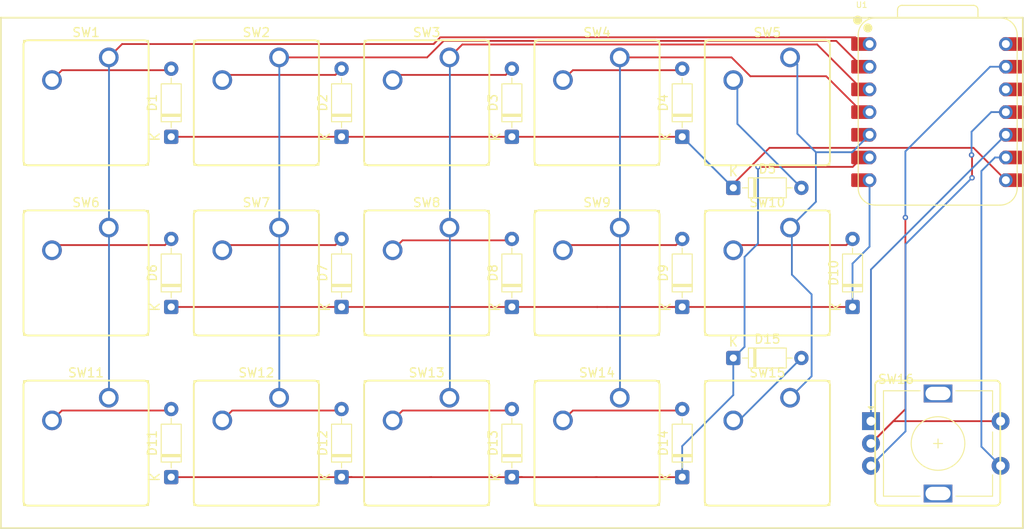
<source format=kicad_pcb>
(kicad_pcb (version 20241229) (generator "pcbnew") (generator_version "9.0")
  (layers (0 "F.Cu" signal) (2 "B.Cu" signal) (13 "F.Paste" user) (15 "B.Paste" user) (5 "F.SilkS" user "F.Silkscreen") (7 "B.SilkS" user "B.Silkscreen") (1 "F.Mask" user) (3 "B.Mask" user) (25 "Edge.Cuts" user))
  (net 0 "")
  (net 1 "Net-(D1-A)")
  (net 2 "GPIO1{slash}RX")
  (net 3 "Net-(D2-A)")
  (net 4 "Net-(D3-A)")
  (net 5 "Net-(D4-A)")
  (net 6 "Net-(D5-A)")
  (net 7 "Net-(D6-A)")
  (net 8 "GPIO0{slash}TX")
  (net 9 "Net-(D7-A)")
  (net 10 "Net-(D8-A)")
  (net 11 "Net-(D9-A)")
  (net 12 "Net-(D10-A)")
  (net 13 "GPIO7{slash}SCL")
  (net 14 "Net-(D11-A)")
  (net 15 "Net-(D12-A)")
  (net 16 "Net-(D13-A)")
  (net 17 "Net-(D14-A)")
  (net 18 "Net-(D15-A)")
  (net 19 "GPIO26{slash}ADC0{slash}A0")
  (net 20 "GPIO27{slash}ADC1{slash}A1")
  (net 21 "GPIO28{slash}ADC2{slash}A2")
  (net 22 "GPIO29{slash}ADC3{slash}A3")
  (net 23 "GPIO6{slash}SDA")
  (net 24 "GPIO2{slash}SCK")
  (net 25 "GND")
  (net 26 "GPIO3{slash}MOSI")
  (net 27 "GPIO4{slash}MISO")
  (footprint "Library:SW_Cherry_MX_1.00u_PCB WITH 3D" (layer "F.Cu") (at 235.9025 140.1762)
    (property "Reference" "SW15")
    (property "Value" "SW_Push")
  )
  (footprint "Diode_THT:D_DO-35_SOD27_P7.62mm_Horizontal" (layer "F.Cu") (at 166.6875 149.0662 90)
    (property "Reference" "D11")
    (property "Value" "1N4148")
  )
  (footprint "Diode_THT:D_DO-35_SOD27_P7.62mm_Horizontal" (layer "F.Cu") (at 223.8375 130.0162 90)
    (property "Reference" "D9")
    (property "Value" "1N4148")
  )
  (footprint "Diode_THT:D_DO-35_SOD27_P7.62mm_Horizontal" (layer "F.Cu") (at 166.6875 110.9662 90)
    (property "Reference" "D1")
    (property "Value" "1N4148")
  )
  (footprint "Library:SW_Cherry_MX_1.00u_PCB WITH 3D" (layer "F.Cu") (at 216.8525 140.1762)
    (property "Reference" "SW14")
    (property "Value" "SW_Push")
  )
  (footprint "Library:SW_Cherry_MX_1.00u_PCB WITH 3D" (layer "F.Cu") (at 235.9025 121.1262)
    (property "Reference" "SW10")
    (property "Value" "SW_Push")
  )
  (footprint "Diode_THT:D_DO-35_SOD27_P7.62mm_Horizontal" (layer "F.Cu") (at 204.7875 130.0162 90)
    (property "Reference" "D8")
    (property "Value" "1N4148")
  )
  (footprint "seeed 2040:XIAO-RP2040-DIP" (layer "F.Cu") (at 252.4125 108.2)
    (property "Reference" "U1")
    (property "Value" "XIAO-RP2040-DIP")
  )
  (footprint "Diode_THT:D_DO-35_SOD27_P7.62mm_Horizontal" (layer "F.Cu") (at 185.7375 149.0662 90)
    (property "Reference" "D12")
    (property "Value" "1N4148")
  )
  (footprint "Library:SW_Cherry_MX_1.00u_PCB WITH 3D" (layer "F.Cu") (at 178.7525 140.1762)
    (property "Reference" "SW12")
    (property "Value" "SW_Push")
  )
  (footprint "Library:SW_Cherry_MX_1.00u_PCB WITH 3D" (layer "F.Cu") (at 159.7025 102.0762)
    (property "Reference" "SW1")
    (property "Value" "SW_Push")
  )
  (footprint "Diode_THT:D_DO-35_SOD27_P7.62mm_Horizontal" (layer "F.Cu") (at 204.7875 110.9662 90)
    (property "Reference" "D3")
    (property "Value" "1N4148")
  )
  (footprint "Library:SW_Cherry_MX_1.00u_PCB WITH 3D" (layer "F.Cu") (at 235.9025 102.0762)
    (property "Reference" "SW5")
    (property "Value" "SW_Push")
  )
  (footprint "Library:SW_Cherry_MX_1.00u_PCB WITH 3D" (layer "F.Cu") (at 216.8525 102.0762)
    (property "Reference" "SW4")
    (property "Value" "SW_Push")
  )
  (footprint "Library:SW_Cherry_MX_1.00u_PCB WITH 3D" (layer "F.Cu") (at 178.7525 102.0762)
    (property "Reference" "SW2")
    (property "Value" "SW_Push")
  )
  (footprint "Library:SW_Cherry_MX_1.00u_PCB WITH 3D" (layer "F.Cu") (at 159.7025 140.1762)
    (property "Reference" "SW11")
    (property "Value" "SW_Push")
  )
  (footprint "Diode_THT:D_DO-35_SOD27_P7.62mm_Horizontal" (layer "F.Cu") (at 185.7375 130.0162 90)
    (property "Reference" "D7")
    (property "Value" "1N4148")
  )
  (footprint "Library:SW_Cherry_MX_1.00u_PCB WITH 3D" (layer "F.Cu") (at 216.8525 121.1262)
    (property "Reference" "SW9")
    (property "Value" "SW_Push")
  )
  (footprint "Library:SW_Cherry_MX_1.00u_PCB WITH 3D" (layer "F.Cu") (at 178.7525 121.1262)
    (property "Reference" "SW7")
    (property "Value" "SW_Push")
  )
  (footprint "Diode_THT:D_DO-35_SOD27_P7.62mm_Horizontal" (layer "F.Cu") (at 223.8375 149.0662 90)
    (property "Reference" "D14")
    (property "Value" "1N4148")
  )
  (footprint "Diode_THT:D_DO-35_SOD27_P7.62mm_Horizontal" (layer "F.Cu") (at 229.5525 135.7312)
    (property "Reference" "D15")
    (property "Value" "1N4148")
  )
  (footprint "Diode_THT:D_DO-35_SOD27_P7.62mm_Horizontal" (layer "F.Cu") (at 229.5525 116.6812)
    (property "Reference" "D5")
    (property "Value" "1N4148")
  )
  (footprint "Rotary_Encoder:RotaryEncoder_Alps_EC11E-Switch_Vertical_H20mm" (layer "F.Cu") (at 244.95 142.8)
    (property "Reference" "SW16")
    (property "Value" "RotaryEncoder_Switch")
  )
  (footprint "Diode_THT:D_DO-35_SOD27_P7.62mm_Horizontal" (layer "F.Cu") (at 223.8375 110.9662 90)
    (property "Reference" "D4")
    (property "Value" "1N4148")
  )
  (footprint "Library:SW_Cherry_MX_1.00u_PCB WITH 3D" (layer "F.Cu") (at 197.8025 102.0762)
    (property "Reference" "SW3")
    (property "Value" "SW_Push")
  )
  (footprint "Library:SW_Cherry_MX_1.00u_PCB WITH 3D" (layer "F.Cu") (at 197.8025 121.1262)
    (property "Reference" "SW8")
    (property "Value" "SW_Push")
  )
  (footprint "Diode_THT:D_DO-35_SOD27_P7.62mm_Horizontal" (layer "F.Cu") (at 204.7875 149.0662 90)
    (property "Reference" "D13")
    (property "Value" "1N4148")
  )
  (footprint "Diode_THT:D_DO-35_SOD27_P7.62mm_Horizontal" (layer "F.Cu") (at 166.6875 130.0162 90)
    (property "Reference" "D6")
    (property "Value" "1N4148")
  )
  (footprint "Diode_THT:D_DO-35_SOD27_P7.62mm_Horizontal" (layer "F.Cu") (at 242.8875 130.0162 90)
    (property "Reference" "D10")
    (property "Value" "1N4148")
  )
  (footprint "Diode_THT:D_DO-35_SOD27_P7.62mm_Horizontal" (layer "F.Cu") (at 185.7375 110.9662 90)
    (property "Reference" "D2")
    (property "Value" "1N4148")
  )
  (footprint "Library:SW_Cherry_MX_1.00u_PCB WITH 3D" (layer "F.Cu") (at 159.7025 121.1262)
    (property "Reference" "SW6")
    (property "Value" "SW_Push")
  )
  (footprint "Library:SW_Cherry_MX_1.00u_PCB WITH 3D" (layer "F.Cu") (at 197.8025 140.1762)
    (property "Reference" "SW13")
    (property "Value" "SW_Push")
  )
  (gr_arc (start 182.7125 100.15625) (mid 183.066053 100.302697) (end 183.2125 100.65625) (stroke (width 0.2)) (layer "F.SilkS"))
  (gr_arc (start 258.9125 138.25625) (mid 259.266053 138.402697) (end 259.4125 138.75625) (stroke (width 0.2)) (layer "F.SilkS"))
  (gr_arc (start 201.7625 100.15625) (mid 202.116053 100.302697) (end 202.2625 100.65625) (stroke (width 0.2)) (layer "F.SilkS"))
  (gr_line (start 169.7125 119.20625) (end 182.7125 119.20625) (stroke (width 0.2)) (layer "F.SilkS"))
  (gr_line (start 226.8625 114.15625) (end 239.8625 114.15625) (stroke (width 0.2)) (layer "F.SilkS"))
  (gr_line (start 226.3625 100.65625) (end 226.3625 113.65625) (stroke (width 0.2)) (layer "F.SilkS"))
  (gr_arc (start 183.2125 132.70625) (mid 183.066053 133.059803) (end 182.7125 133.20625) (stroke (width 0.2)) (layer "F.SilkS"))
  (gr_line (start 169.2125 138.75625) (end 169.2125 151.75625) (stroke (width 0.2)) (layer "F.SilkS"))
  (gr_line (start 221.3125 138.75625) (end 221.3125 151.75625) (stroke (width 0.2)) (layer "F.SilkS"))
  (gr_line (start 150.6625 133.20625) (end 163.6625 133.20625) (stroke (width 0.2)) (layer "F.SilkS"))
  (gr_arc (start 259.4125 151.75625) (mid 259.266053 152.109803) (end 258.9125 152.25625) (stroke (width 0.2)) (layer "F.SilkS"))
  (gr_line (start 207.8125 133.20625) (end 220.8125 133.20625) (stroke (width 0.2)) (layer "F.SilkS"))
  (gr_arc (start 220.8125 138.25625) (mid 221.166053 138.402697) (end 221.3125 138.75625) (stroke (width 0.2)) (layer "F.SilkS"))
  (gr_arc (start 240.3625 151.75625) (mid 240.216053 152.109803) (end 239.8625 152.25625) (stroke (width 0.2)) (layer "F.SilkS"))
  (gr_line (start 240.3625 138.75625) (end 240.3625 151.75625) (stroke (width 0.2)) (layer "F.SilkS"))
  (gr_arc (start 169.7125 114.15625) (mid 169.358947 114.009803) (end 169.2125 113.65625) (stroke (width 0.2)) (layer "F.SilkS"))
  (gr_arc (start 188.2625 138.75625) (mid 188.408947 138.402697) (end 188.7625 138.25625) (stroke (width 0.2)) (layer "F.SilkS"))
  (gr_line (start 150.6625 152.25625) (end 163.6625 152.25625) (stroke (width 0.2)) (layer "F.SilkS"))
  (gr_line (start 169.2125 100.65625) (end 169.2125 113.65625) (stroke (width 0.2)) (layer "F.SilkS"))
  (gr_arc (start 245.4125 138.75625) (mid 245.558947 138.402697) (end 245.9125 138.25625) (stroke (width 0.2)) (layer "F.SilkS"))
  (gr_arc (start 188.7625 114.15625) (mid 188.408947 114.009803) (end 188.2625 113.65625) (stroke (width 0.2)) (layer "F.SilkS"))
  (gr_line (start 207.8125 138.25625) (end 220.8125 138.25625) (stroke (width 0.2)) (layer "F.SilkS"))
  (gr_line (start 150.6625 119.20625) (end 163.6625 119.20625) (stroke (width 0.2)) (layer "F.SilkS"))
  (gr_line (start 169.7125 138.25625) (end 182.7125 138.25625) (stroke (width 0.2)) (layer "F.SilkS"))
  (gr_line (start 221.3125 100.65625) (end 221.3125 113.65625) (stroke (width 0.2)) (layer "F.SilkS"))
  (gr_line (start 207.8125 119.20625) (end 220.8125 119.20625) (stroke (width 0.2)) (layer "F.SilkS"))
  (gr_arc (start 220.8125 119.20625) (mid 221.166053 119.352697) (end 221.3125 119.70625) (stroke (width 0.2)) (layer "F.SilkS"))
  (gr_line (start 147.6375 97.63125) (end 261.9375 97.63125) (stroke (width 0.2)) (layer "F.SilkS"))
  (gr_line (start 183.2125 119.70625) (end 183.2125 132.70625) (stroke (width 0.2)) (layer "F.SilkS"))
  (gr_arc (start 226.3625 100.65625) (mid 226.508947 100.302697) (end 226.8625 100.15625) (stroke (width 0.2)) (layer "F.SilkS"))
  (gr_arc (start 164.1625 151.75625) (mid 164.016053 152.109803) (end 163.6625 152.25625) (stroke (width 0.2)) (layer "F.SilkS"))
  (gr_line (start 226.8625 152.25625) (end 239.8625 152.25625) (stroke (width 0.2)) (layer "F.SilkS"))
  (gr_line (start 188.2625 138.75625) (end 188.2625 151.75625) (stroke (width 0.2)) (layer "F.SilkS"))
  (gr_line (start 169.7125 133.20625) (end 182.7125 133.20625) (stroke (width 0.2)) (layer "F.SilkS"))
  (gr_arc (start 226.3625 138.75625) (mid 226.508947 138.402697) (end 226.8625 138.25625) (stroke (width 0.2)) (layer "F.SilkS"))
  (gr_arc (start 188.7625 152.25625) (mid 188.408947 152.109803) (end 188.2625 151.75625) (stroke (width 0.2)) (layer "F.SilkS"))
  (gr_line (start 169.2125 119.70625) (end 169.2125 132.70625) (stroke (width 0.2)) (layer "F.SilkS"))
  (gr_line (start 240.3625 119.70625) (end 240.3625 132.70625) (stroke (width 0.2)) (layer "F.SilkS"))
  (gr_line (start 207.8125 152.25625) (end 220.8125 152.25625) (stroke (width 0.2)) (layer "F.SilkS"))
  (gr_arc (start 221.3125 151.75625) (mid 221.166053 152.109803) (end 220.8125 152.25625) (stroke (width 0.2)) (layer "F.SilkS"))
  (gr_arc (start 183.2125 113.65625) (mid 183.066053 114.009803) (end 182.7125 114.15625) (stroke (width 0.2)) (layer "F.SilkS"))
  (gr_arc (start 201.7625 138.25625) (mid 202.116053 138.402697) (end 202.2625 138.75625) (stroke (width 0.2)) (layer "F.SilkS"))
  (gr_line (start 183.2125 100.65625) (end 183.2125 113.65625) (stroke (width 0.2)) (layer "F.SilkS"))
  (gr_arc (start 188.2625 100.65625) (mid 188.408947 100.302697) (end 188.7625 100.15625) (stroke (width 0.2)) (layer "F.SilkS"))
  (gr_arc (start 226.3625 119.70625) (mid 226.508947 119.352697) (end 226.8625 119.20625) (stroke (width 0.2)) (layer "F.SilkS"))
  (gr_arc (start 169.7125 133.20625) (mid 169.358947 133.059803) (end 169.2125 132.70625) (stroke (width 0.2)) (layer "F.SilkS"))
  (gr_line (start 226.8625 100.15625) (end 239.8625 100.15625) (stroke (width 0.2)) (layer "F.SilkS"))
  (gr_arc (start 202.2625 151.75625) (mid 202.116053 152.109803) (end 201.7625 152.25625) (stroke (width 0.2)) (layer "F.SilkS"))
  (gr_line (start 188.2625 100.65625) (end 188.2625 113.65625) (stroke (width 0.2)) (layer "F.SilkS"))
  (gr_line (start 207.3125 100.65625) (end 207.3125 113.65625) (stroke (width 0.2)) (layer "F.SilkS"))
  (gr_arc (start 182.7125 138.25625) (mid 183.066053 138.402697) (end 183.2125 138.75625) (stroke (width 0.2)) (layer "F.SilkS"))
  (gr_line (start 183.2125 138.75625) (end 183.2125 151.75625) (stroke (width 0.2)) (layer "F.SilkS"))
  (gr_line (start 245.4125 138.75625) (end 245.4125 151.75625) (stroke (width 0.2)) (layer "F.SilkS"))
  (gr_arc (start 207.3125 119.70625) (mid 207.458947 119.352697) (end 207.8125 119.20625) (stroke (width 0.2)) (layer "F.SilkS"))
  (gr_line (start 226.3625 138.75625) (end 226.3625 151.75625) (stroke (width 0.2)) (layer "F.SilkS"))
  (gr_line (start 188.7625 133.20625) (end 201.7625 133.20625) (stroke (width 0.2)) (layer "F.SilkS"))
  (gr_arc (start 207.3125 100.65625) (mid 207.458947 100.302697) (end 207.8125 100.15625) (stroke (width 0.2)) (layer "F.SilkS"))
  (gr_arc (start 150.1625 119.70625) (mid 150.308947 119.352697) (end 150.6625 119.20625) (stroke (width 0.2)) (layer "F.SilkS"))
  (gr_line (start 202.2625 100.65625) (end 202.2625 113.65625) (stroke (width 0.2)) (layer "F.SilkS"))
  (gr_arc (start 183.2125 151.75625) (mid 183.066053 152.109803) (end 182.7125 152.25625) (stroke (width 0.2)) (layer "F.SilkS"))
  (gr_line (start 169.7125 152.25625) (end 182.7125 152.25625) (stroke (width 0.2)) (layer "F.SilkS"))
  (gr_arc (start 164.1625 113.65625) (mid 164.016053 114.009803) (end 163.6625 114.15625) (stroke (width 0.2)) (layer "F.SilkS"))
  (gr_arc (start 226.8625 133.20625) (mid 226.508947 133.059803) (end 226.3625 132.70625) (stroke (width 0.2)) (layer "F.SilkS"))
  (gr_line (start 207.8125 100.15625) (end 220.8125 100.15625) (stroke (width 0.2)) (layer "F.SilkS"))
  (gr_line (start 207.3125 138.75625) (end 207.3125 151.75625) (stroke (width 0.2)) (layer "F.SilkS"))
  (gr_line (start 261.9375 154.78125) (end 261.9375 97.63125) (stroke (width 0.2)) (layer "F.SilkS"))
  (gr_arc (start 221.3125 132.70625) (mid 221.166053 133.059803) (end 220.8125 133.20625) (stroke (width 0.2)) (layer "F.SilkS"))
  (gr_line (start 245.9125 138.25625) (end 258.9125 138.25625) (stroke (width 0.2)) (layer "F.SilkS"))
  (gr_line (start 226.8625 138.25625) (end 239.8625 138.25625) (stroke (width 0.2)) (layer "F.SilkS"))
  (gr_arc (start 239.8625 100.15625) (mid 240.216053 100.302697) (end 240.3625 100.65625) (stroke (width 0.2)) (layer "F.SilkS"))
  (gr_line (start 169.7125 114.15625) (end 182.7125 114.15625) (stroke (width 0.2)) (layer "F.SilkS"))
  (gr_line (start 147.6375 154.78125) (end 147.6375 97.63125) (stroke (width 0.2)) (layer "F.SilkS"))
  (gr_arc (start 182.7125 119.20625) (mid 183.066053 119.352697) (end 183.2125 119.70625) (stroke (width 0.2)) (layer "F.SilkS"))
  (gr_arc (start 169.7125 152.25625) (mid 169.358947 152.109803) (end 169.2125 151.75625) (stroke (width 0.2)) (layer "F.SilkS"))
  (gr_line (start 207.3125 119.70625) (end 207.3125 132.70625) (stroke (width 0.2)) (layer "F.SilkS"))
  (gr_line (start 169.7125 100.15625) (end 182.7125 100.15625) (stroke (width 0.2)) (layer "F.SilkS"))
  (gr_arc (start 207.8125 114.15625) (mid 207.458947 114.009803) (end 207.3125 113.65625) (stroke (width 0.2)) (layer "F.SilkS"))
  (gr_line (start 188.7625 152.25625) (end 201.7625 152.25625) (stroke (width 0.2)) (layer "F.SilkS"))
  (gr_line (start 226.8625 133.20625) (end 239.8625 133.20625) (stroke (width 0.2)) (layer "F.SilkS"))
  (gr_line (start 226.3625 119.70625) (end 226.3625 132.70625) (stroke (width 0.2)) (layer "F.SilkS"))
  (gr_arc (start 150.1625 138.75625) (mid 150.308947 138.402697) (end 150.6625 138.25625) (stroke (width 0.2)) (layer "F.SilkS"))
  (gr_line (start 150.6625 114.15625) (end 163.6625 114.15625) (stroke (width 0.2)) (layer "F.SilkS"))
  (gr_arc (start 239.8625 119.20625) (mid 240.216053 119.352697) (end 240.3625 119.70625) (stroke (width 0.2)) (layer "F.SilkS"))
  (gr_line (start 202.2625 119.70625) (end 202.2625 132.70625) (stroke (width 0.2)) (layer "F.SilkS"))
  (gr_line (start 164.1625 138.75625) (end 164.1625 151.75625) (stroke (width 0.2)) (layer "F.SilkS"))
  (gr_arc (start 207.8125 152.25625) (mid 207.458947 152.109803) (end 207.3125 151.75625) (stroke (width 0.2)) (layer "F.SilkS"))
  (gr_line (start 188.7625 119.20625) (end 201.7625 119.20625) (stroke (width 0.2)) (layer "F.SilkS"))
  (gr_arc (start 150.6625 152.25625) (mid 150.308947 152.109803) (end 150.1625 151.75625) (stroke (width 0.2)) (layer "F.SilkS"))
  (gr_arc (start 164.1625 132.70625) (mid 164.016053 133.059803) (end 163.6625 133.20625) (stroke (width 0.2)) (layer "F.SilkS"))
  (gr_arc (start 169.2125 119.70625) (mid 169.358947 119.352697) (end 169.7125 119.20625) (stroke (width 0.2)) (layer "F.SilkS"))
  (gr_line (start 150.1625 100.65625) (end 150.1625 113.65625) (stroke (width 0.2)) (layer "F.SilkS"))
  (gr_line (start 207.8125 114.15625) (end 220.8125 114.15625) (stroke (width 0.2)) (layer "F.SilkS"))
  (gr_arc (start 207.3125 138.75625) (mid 207.458947 138.402697) (end 207.8125 138.25625) (stroke (width 0.2)) (layer "F.SilkS"))
  (gr_arc (start 240.3625 113.65625) (mid 240.216053 114.009803) (end 239.8625 114.15625) (stroke (width 0.2)) (layer "F.SilkS"))
  (gr_arc (start 163.6625 119.20625) (mid 164.016053 119.352697) (end 164.1625 119.70625) (stroke (width 0.2)) (layer "F.SilkS"))
  (gr_line (start 150.6625 100.15625) (end 163.6625 100.15625) (stroke (width 0.2)) (layer "F.SilkS"))
  (gr_line (start 188.7625 138.25625) (end 201.7625 138.25625) (stroke (width 0.2)) (layer "F.SilkS"))
  (gr_line (start 240.3625 100.65625) (end 240.3625 113.65625) (stroke (width 0.2)) (layer "F.SilkS"))
  (gr_line (start 164.1625 100.65625) (end 164.1625 113.65625) (stroke (width 0.2)) (layer "F.SilkS"))
  (gr_arc (start 240.3625 132.70625) (mid 240.216053 133.059803) (end 239.8625 133.20625) (stroke (width 0.2)) (layer "F.SilkS"))
  (gr_line (start 164.1625 119.70625) (end 164.1625 132.70625) (stroke (width 0.2)) (layer "F.SilkS"))
  (gr_arc (start 220.8125 100.15625) (mid 221.166053 100.302697) (end 221.3125 100.65625) (stroke (width 0.2)) (layer "F.SilkS"))
  (gr_arc (start 169.2125 138.75625) (mid 169.358947 138.402697) (end 169.7125 138.25625) (stroke (width 0.2)) (layer "F.SilkS"))
  (gr_line (start 226.8625 119.20625) (end 239.8625 119.20625) (stroke (width 0.2)) (layer "F.SilkS"))
  (gr_arc (start 150.6625 114.15625) (mid 150.308947 114.009803) (end 150.1625 113.65625) (stroke (width 0.2)) (layer "F.SilkS"))
  (gr_line (start 150.1625 119.70625) (end 150.1625 132.70625) (stroke (width 0.2)) (layer "F.SilkS"))
  (gr_arc (start 202.2625 132.70625) (mid 202.116053 133.059803) (end 201.7625 133.20625) (stroke (width 0.2)) (layer "F.SilkS"))
  (gr_arc (start 202.2625 113.65625) (mid 202.116053 114.009803) (end 201.7625 114.15625) (stroke (width 0.2)) (layer "F.SilkS"))
  (gr_arc (start 221.3125 113.65625) (mid 221.166053 114.009803) (end 220.8125 114.15625) (stroke (width 0.2)) (layer "F.SilkS"))
  (gr_arc (start 163.6625 138.25625) (mid 164.016053 138.402697) (end 164.1625 138.75625) (stroke (width 0.2)) (layer "F.SilkS"))
  (gr_line (start 221.3125 119.70625) (end 221.3125 132.70625) (stroke (width 0.2)) (layer "F.SilkS"))
  (gr_arc (start 207.8125 133.20625) (mid 207.458947 133.059803) (end 207.3125 132.70625) (stroke (width 0.2)) (layer "F.SilkS"))
  (gr_line (start 150.6625 138.25625) (end 163.6625 138.25625) (stroke (width 0.2)) (layer "F.SilkS"))
  (gr_arc (start 226.8625 114.15625) (mid 226.508947 114.009803) (end 226.3625 113.65625) (stroke (width 0.2)) (layer "F.SilkS"))
  (gr_arc (start 169.2125 100.65625) (mid 169.358947 100.302697) (end 169.7125 100.15625) (stroke (width 0.2)) (layer "F.SilkS"))
  (gr_arc (start 188.7625 133.20625) (mid 188.408947 133.059803) (end 188.2625 132.70625) (stroke (width 0.2)) (layer "F.SilkS"))
  (gr_arc (start 245.9125 152.25625) (mid 245.558947 152.109803) (end 245.4125 151.75625) (stroke (width 0.2)) (layer "F.SilkS"))
  (gr_arc (start 188.2625 119.70625) (mid 188.408947 119.352697) (end 188.7625 119.20625) (stroke (width 0.2)) (layer "F.SilkS"))
  (gr_line (start 188.7625 114.15625) (end 201.7625 114.15625) (stroke (width 0.2)) (layer "F.SilkS"))
  (gr_arc (start 239.8625 138.25625) (mid 240.216053 138.402697) (end 240.3625 138.75625) (stroke (width 0.2)) (layer "F.SilkS"))
  (gr_arc (start 150.6625 133.20625) (mid 150.308947 133.059803) (end 150.1625 132.70625) (stroke (width 0.2)) (layer "F.SilkS"))
  (gr_line (start 202.2625 138.75625) (end 202.2625 151.75625) (stroke (width 0.2)) (layer "F.SilkS"))
  (gr_arc (start 150.1625 100.65625) (mid 150.308947 100.302697) (end 150.6625 100.15625) (stroke (width 0.2)) (layer "F.SilkS"))
  (gr_line (start 188.2625 119.70625) (end 188.2625 132.70625) (stroke (width 0.2)) (layer "F.SilkS"))
  (gr_arc (start 201.7625 119.20625) (mid 202.116053 119.352697) (end 202.2625 119.70625) (stroke (width 0.2)) (layer "F.SilkS"))
  (gr_line (start 259.4125 138.75625) (end 259.4125 151.75625) (stroke (width 0.2)) (layer "F.SilkS"))
  (gr_arc (start 226.8625 152.25625) (mid 226.508947 152.109803) (end 226.3625 151.75625) (stroke (width 0.2)) (layer "F.SilkS"))
  (gr_line (start 147.6375 154.78125) (end 261.9375 154.78125) (stroke (width 0.2)) (layer "F.SilkS"))
  (gr_line (start 245.9125 152.25625) (end 258.9125 152.25625) (stroke (width 0.2)) (layer "F.SilkS"))
  (gr_line (start 150.1625 138.75625) (end 150.1625 151.75625) (stroke (width 0.2)) (layer "F.SilkS"))
  (gr_arc (start 163.6625 100.15625) (mid 164.016053 100.302697) (end 164.1625 100.65625) (stroke (width 0.2)) (layer "F.SilkS"))
  (gr_line (start 188.7625 100.15625) (end 201.7625 100.15625) (stroke (width 0.2)) (layer "F.SilkS"))
  (gr_rect (start 147.6375 97.63125) (end 262 154.8) (stroke (width 0.05)) (fill no) (layer "Edge.Cuts"))
  (segment (start 166.5258 103.5079) (end 154.4608 103.5079) (width 0.2) (layer "F.Cu") (net 1))
  (segment (start 154.4608 103.5079) (end 153.3525 104.6162) (width 0.2) (layer "F.Cu") (net 1))
  (segment (start 166.6875 103.3462) (end 166.5258 103.5079) (width 0.2) (layer "F.Cu") (net 1))
  (segment (start 166.6875 110.9662) (end 185.7375 110.9662) (width 0.2) (layer "F.Cu") (net 2))
  (segment (start 233.5935 112.2036) (end 229.5525 116.2446) (width 0.2) (layer "F.Cu") (net 2))
  (segment (start 260.0325 115.82) (end 260.8675 115.82) (width 0.2) (layer "F.Cu") (net 2))
  (segment (start 229.5525 116.2446) (end 229.5525 116.6812) (width 0.2) (layer "F.Cu") (net 2))
  (segment (start 260.0325 115.82) (end 256.4161 112.2036) (width 0.2) (layer "F.Cu") (net 2))
  (segment (start 185.7375 110.9662) (end 204.7875 110.9662) (width 0.2) (layer "F.Cu") (net 2))
  (segment (start 256.4161 112.2036) (end 233.5935 112.2036) (width 0.2) (layer "F.Cu") (net 2))
  (segment (start 204.7875 110.9662) (end 223.8375 110.9662) (width 0.2) (layer "F.Cu") (net 2))
  (segment (start 229.5525 116.6812) (end 223.8375 110.9662) (width 0.2) (layer "B.Cu") (net 2))
  (segment (start 172.4025 104.6162) (end 172.9825 104.0362) (width 0.2) (layer "F.Cu") (net 3))
  (segment (start 185.0475 104.0362) (end 185.7375 103.3462) (width 0.2) (layer "F.Cu") (net 3))
  (segment (start 172.9825 104.0362) (end 185.0475 104.0362) (width 0.2) (layer "F.Cu") (net 3))
  (segment (start 192.0325 104.0362) (end 204.0975 104.0362) (width 0.2) (layer "F.Cu") (net 4))
  (segment (start 191.4525 104.6162) (end 192.0325 104.0362) (width 0.2) (layer "F.Cu") (net 4))
  (segment (start 204.0975 104.0362) (end 204.7875 103.3462) (width 0.2) (layer "F.Cu") (net 4))
  (segment (start 211.6108 103.5079) (end 210.5025 104.6162) (width 0.2) (layer "F.Cu") (net 5))
  (segment (start 223.6758 103.5079) (end 211.6108 103.5079) (width 0.2) (layer "F.Cu") (net 5))
  (segment (start 223.8375 103.3462) (end 223.6758 103.5079) (width 0.2) (layer "F.Cu") (net 5))
  (segment (start 230.0094 109.5181) (end 230.0094 105.0731) (width 0.2) (layer "B.Cu") (net 6))
  (segment (start 230.0094 105.0731) (end 229.5525 104.6162) (width 0.2) (layer "B.Cu") (net 6))
  (segment (start 237.1725 116.6812) (end 230.0094 109.5181) (width 0.2) (layer "B.Cu") (net 6))
  (segment (start 153.9325 123.0862) (end 165.9975 123.0862) (width 0.2) (layer "F.Cu") (net 7))
  (segment (start 165.9975 123.0862) (end 166.6875 122.3962) (width 0.2) (layer "F.Cu") (net 7))
  (segment (start 153.3525 123.6662) (end 153.9325 123.0862) (width 0.2) (layer "F.Cu") (net 7))
  (segment (start 166.6875 130.0162) (end 185.7375 130.0162) (width 0.2) (layer "F.Cu") (net 8))
  (segment (start 185.7375 130.0162) (end 204.7875 130.0162) (width 0.2) (layer "F.Cu") (net 8))
  (segment (start 214.3125 130.0162) (end 214.3538 130.0162) (width 0.2) (layer "F.Cu") (net 8))
  (segment (start 223.003 130.0162) (end 242.8875 130.0162) (width 0.2) (layer "F.Cu") (net 8))
  (segment (start 222.7218 130.0162) (end 223.003 130.0162) (width 0.2) (layer "F.Cu") (net 8))
  (segment (start 214.3538 130.0162) (end 215.4373 130.0162) (width 0.2) (layer "F.Cu") (net 8))
  (segment (start 204.7875 130.0162) (end 214.3125 130.0162) (width 0.2) (layer "F.Cu") (net 8))
  (segment (start 215.4373 130.0162) (end 222.7218 130.0162) (width 0.2) (layer "F.Cu") (net 8))
  (segment (start 244.7925 115.82) (end 243.9575 115.82) (width 0.2) (layer "F.Cu") (net 8))
  (segment (start 223.003 130.0162) (end 223.8375 130.0162) (width 0.2) (layer "F.Cu") (net 8))
  (segment (start 244.7925 115.82) (end 244.7925 123.2537) (width 0.2) (layer "B.Cu") (net 8))
  (segment (start 244.7925 123.2537) (end 242.8875 125.1587) (width 0.2) (layer "B.Cu") (net 8))
  (segment (start 242.8875 125.1587) (end 242.8875 130.0162) (width 0.2) (layer "B.Cu") (net 8))
  (segment (start 172.9825 123.0862) (end 185.0475 123.0862) (width 0.2) (layer "F.Cu") (net 9))
  (segment (start 172.4025 123.6662) (end 172.9825 123.0862) (width 0.2) (layer "F.Cu") (net 9))
  (segment (start 185.0475 123.0862) (end 185.7375 122.3962) (width 0.2) (layer "F.Cu") (net 9))
  (segment (start 192.5608 122.5579) (end 191.4525 123.6662) (width 0.2) (layer "F.Cu") (net 10))
  (segment (start 204.6258 122.5579) (end 192.5608 122.5579) (width 0.2) (layer "F.Cu") (net 10))
  (segment (start 204.7875 122.3962) (end 204.6258 122.5579) (width 0.2) (layer "F.Cu") (net 10))
  (segment (start 211.0825 123.0862) (end 223.1475 123.0862) (width 0.2) (layer "F.Cu") (net 11))
  (segment (start 223.1475 123.0862) (end 223.8375 122.3962) (width 0.2) (layer "F.Cu") (net 11))
  (segment (start 210.5025 123.6662) (end 211.0825 123.0862) (width 0.2) (layer "F.Cu") (net 11))
  (segment (start 229.5525 123.6662) (end 230.1325 123.0862) (width 0.2) (layer "F.Cu") (net 12))
  (segment (start 230.1325 123.0862) (end 242.1975 123.0862) (width 0.2) (layer "F.Cu") (net 12))
  (segment (start 242.1975 123.0862) (end 242.8875 122.3962) (width 0.2) (layer "F.Cu") (net 12))
  (segment (start 205.8966 149.0662) (end 205.955 149.0662) (width 0.2) (layer "F.Cu") (net 13))
  (segment (start 205.955 149.0662) (end 214.1275 149.0662) (width 0.2) (layer "F.Cu") (net 13))
  (segment (start 195.6029 149.0662) (end 186.8936 149.0662) (width 0.2) (layer "F.Cu") (net 13))
  (segment (start 205.8382 149.0662) (end 195.7879 149.0662) (width 0.2) (layer "F.Cu") (net 13))
  (segment (start 195.7879 149.0662) (end 195.7466 149.0662) (width 0.2) (layer "F.Cu") (net 13))
  (segment (start 214.2712 149.0662) (end 214.3125 149.0662) (width 0.2) (layer "F.Cu") (net 13))
  (segment (start 242.9058 114.3317) (end 243.9575 113.28) (width 0.2) (layer "F.Cu") (net 13))
  (segment (start 186.8352 149.0662) (end 166.6875 149.0662) (width 0.2) (layer "F.Cu") (net 13))
  (segment (start 232.3162 114.3317) (end 242.9058 114.3317) (width 0.2) (layer "F.Cu") (net 13))
  (segment (start 214.3125 149.0662) (end 223.8375 149.0662) (width 0.2) (layer "F.Cu") (net 13))
  (segment (start 205.8382 149.0662) (end 205.8966 149.0662) (width 0.2) (layer "F.Cu") (net 13))
  (segment (start 195.7466 149.0662) (end 195.6029 149.0662) (width 0.2) (layer "F.Cu") (net 13))
  (segment (start 214.1275 149.0662) (end 214.2712 149.0662) (width 0.2) (layer "F.Cu") (net 13))
  (segment (start 186.8936 149.0662) (end 186.8352 149.0662) (width 0.2) (layer "F.Cu") (net 13))
  (segment (start 186.8352 149.0662) (end 185.7375 149.0662) (width 0.2) (layer "F.Cu") (net 13))
  (segment (start 204.7875 149.0662) (end 205.8382 149.0662) (width 0.2) (layer "F.Cu") (net 13))
  (segment (start 244.7925 113.28) (end 243.9575 113.28) (width 0.2) (layer "F.Cu") (net 13))
  (via (at 232.3162 114.3317) (size 0.6) (drill 0.3) (layers "F.Cu" "B.Cu") (net 13))
  (segment (start 223.8375 149.0662) (end 223.8375 145.5912) (width 0.2) (layer "B.Cu") (net 13))
  (segment (start 230.8108 134.4729) (end 230.8108 124.417) (width 0.2) (layer "B.Cu") (net 13))
  (segment (start 232.3162 122.9116) (end 232.3162 114.3317) (width 0.2) (layer "B.Cu") (net 13))
  (segment (start 229.5525 135.7312) (end 230.8108 134.4729) (width 0.2) (layer "B.Cu") (net 13))
  (segment (start 229.5525 139.8762) (end 229.5525 135.7312) (width 0.2) (layer "B.Cu") (net 13))
  (segment (start 223.8375 145.5912) (end 229.5525 139.8762) (width 0.2) (layer "B.Cu") (net 13))
  (segment (start 230.8108 124.417) (end 232.3162 122.9116) (width 0.2) (layer "B.Cu") (net 13))
  (segment (start 166.6875 141.4462) (end 166.5258 141.6079) (width 0.2) (layer "F.Cu") (net 14))
  (segment (start 154.4608 141.6079) (end 153.3525 142.7162) (width 0.2) (layer "F.Cu") (net 14))
  (segment (start 166.5258 141.6079) (end 154.4608 141.6079) (width 0.2) (layer "F.Cu") (net 14))
  (segment (start 185.7375 141.4462) (end 185.5758 141.6079) (width 0.2) (layer "F.Cu") (net 15))
  (segment (start 173.5108 141.6079) (end 172.4025 142.7162) (width 0.2) (layer "F.Cu") (net 15))
  (segment (start 185.5758 141.6079) (end 173.5108 141.6079) (width 0.2) (layer "F.Cu") (net 15))
  (segment (start 204.6258 141.6079) (end 192.5608 141.6079) (width 0.2) (layer "F.Cu") (net 16))
  (segment (start 204.7875 141.4462) (end 204.6258 141.6079) (width 0.2) (layer "F.Cu") (net 16))
  (segment (start 192.5608 141.6079) (end 191.4525 142.7162) (width 0.2) (layer "F.Cu") (net 16))
  (segment (start 211.6108 141.6079) (end 210.5025 142.7162) (width 0.2) (layer "F.Cu") (net 17))
  (segment (start 223.8375 141.4462) (end 223.6758 141.6079) (width 0.2) (layer "F.Cu") (net 17))
  (segment (start 223.6758 141.6079) (end 211.6108 141.6079) (width 0.2) (layer "F.Cu") (net 17))
  (segment (start 237.1725 135.7312) (end 230.1875 142.7162) (width 0.2) (layer "B.Cu") (net 18))
  (segment (start 230.1875 142.7162) (end 229.5525 142.7162) (width 0.2) (layer "B.Cu") (net 18))
  (segment (start 243.9575 100.58) (end 244.7925 100.58) (width 0.2) (layer "F.Cu") (net 19))
  (segment (start 196.2006 100.4137) (end 196.0343 100.58) (width 0.2) (layer "F.Cu") (net 19))
  (segment (start 196.2006 100.4137) (end 196.0343 100.58) (width 0.2) (layer "F.Cu") (net 19))
  (segment (start 161.1987 100.58) (end 159.7025 102.0762) (width 0.2) (layer "F.Cu") (net 19))
  (segment (start 196.0343 100.58) (end 161.1987 100.58) (width 0.2) (layer "F.Cu") (net 19))
  (segment (start 243.9575 100.58) (end 243.2041 99.8266) (width 0.2) (layer "F.Cu") (net 19))
  (segment (start 196.7877 99.8266) (end 196.2006 100.4137) (width 0.2) (layer "F.Cu") (net 19))
  (segment (start 243.2041 99.8266) (end 196.7877 99.8266) (width 0.2) (layer "F.Cu") (net 19))
  (segment (start 159.7279 121.1262) (end 159.7279 102.1016) (width 0.2) (layer "B.Cu") (net 19))
  (segment (start 159.7279 102.1016) (end 159.7025 102.0762) (width 0.2) (layer "B.Cu") (net 19))
  (segment (start 159.7279 140.1508) (end 159.7025 140.1762) (width 0.2) (layer "B.Cu") (net 19))
  (segment (start 159.7279 121.1262) (end 159.7279 140.1508) (width 0.2) (layer "B.Cu") (net 19))
  (segment (start 159.7025 121.1262) (end 159.7279 121.1262) (width 0.2) (layer "B.Cu") (net 19))
  (segment (start 241.0658 100.2283) (end 197.1542 100.2283) (width 0.2) (layer "F.Cu") (net 20))
  (segment (start 195.3063 102.0762) (end 178.7525 102.0762) (width 0.2) (layer "F.Cu") (net 20))
  (segment (start 243.9575 103.12) (end 241.0658 100.2283) (width 0.2) (layer "F.Cu") (net 20))
  (segment (start 197.1542 100.2283) (end 195.3063 102.0762) (width 0.2) (layer "F.Cu") (net 20))
  (segment (start 244.7925 103.12) (end 243.9575 103.12) (width 0.2) (layer "F.Cu") (net 20))
  (segment (start 178.7525 102.0762) (end 178.7779 102.1016) (width 0.2) (layer "B.Cu") (net 20))
  (segment (start 178.7779 140.1508) (end 178.7525 140.1762) (width 0.2) (layer "B.Cu") (net 20))
  (segment (start 178.7779 102.1016) (end 178.7779 121.1262) (width 0.2) (layer "B.Cu") (net 20))
  (segment (start 178.7779 121.1262) (end 178.7779 140.1508) (width 0.2) (layer "B.Cu") (net 20))
  (segment (start 178.7779 121.1262) (end 178.7525 121.1262) (width 0.2) (layer "B.Cu") (net 20))
  (segment (start 243.9575 105.66) (end 238.9275 100.63) (width 0.2) (layer "F.Cu") (net 21))
  (segment (start 199.2487 100.63) (end 197.8025 102.0762) (width 0.2) (layer "F.Cu") (net 21))
  (segment (start 244.212 105.66) (end 244.1707 105.66) (width 0.2) (layer "F.Cu") (net 21))
  (segment (start 238.9275 100.63) (end 199.2487 100.63) (width 0.2) (layer "F.Cu") (net 21))
  (segment (start 244.1707 105.66) (end 243.9575 105.66) (width 0.2) (layer "F.Cu") (net 21))
  (segment (start 244.7925 105.66) (end 244.212 105.66) (width 0.2) (layer "F.Cu") (net 21))
  (segment (start 197.8533 140.1254) (end 197.8533 121.177) (width 0.2) (layer "B.Cu") (net 21))
  (segment (start 197.8025 140.1762) (end 197.8533 140.1254) (width 0.2) (layer "B.Cu") (net 21))
  (segment (start 197.8025 102.0762) (end 197.8533 102.127) (width 0.2) (layer "B.Cu") (net 21))
  (segment (start 197.8533 102.127) (end 197.8533 121.0754) (width 0.2) (layer "B.Cu") (net 21))
  (segment (start 197.8533 121.177) (end 197.8025 121.1262) (width 0.2) (layer "B.Cu") (net 21))
  (segment (start 197.8533 121.0754) (end 197.8025 121.1262) (width 0.2) (layer "B.Cu") (net 21))
  (segment (start 216.8525 102.0762) (end 229.3522 102.0762) (width 0.2) (layer "F.Cu") (net 22))
  (segment (start 229.3522 102.0762) (end 231.4621 104.1861) (width 0.2) (layer "F.Cu") (net 22))
  (segment (start 231.4621 104.1861) (end 239.9436 104.1861) (width 0.2) (layer "F.Cu") (net 22))
  (segment (start 239.9436 104.1861) (end 243.9575 108.2) (width 0.2) (layer "F.Cu") (net 22))
  (segment (start 244.7925 108.2) (end 243.9575 108.2) (width 0.2) (layer "F.Cu") (net 22))
  (segment (start 216.8779 121.1262) (end 216.8779 102.1016) (width 0.2) (layer "B.Cu") (net 22))
  (segment (start 216.8779 121.1262) (end 216.8779 140.1508) (width 0.2) (layer "B.Cu") (net 22))
  (segment (start 216.8779 102.1016) (end 216.8525 102.0762) (width 0.2) (layer "B.Cu") (net 22))
  (segment (start 216.8779 140.1508) (end 216.8525 140.1762) (width 0.2) (layer "B.Cu") (net 22))
  (segment (start 216.8525 121.1262) (end 216.8779 121.1262) (width 0.2) (layer "B.Cu") (net 22))
  (segment (start 244.7925 110.74) (end 243.9575 110.74) (width 0.2) (layer "F.Cu") (net 23))
  (segment (start 238.3132 128.6091) (end 236.1047 126.4006) (width 0.2) (layer "B.Cu") (net 23))
  (segment (start 238.7899 118.2388) (end 235.9025 121.1262) (width 0.2) (layer "B.Cu") (net 23))
  (segment (start 242.8405 112.692) (end 244.7925 110.74) (width 0.2) (layer "B.Cu") (net 23))
  (segment (start 238.7899 112.692) (end 236.7157 110.6178) (width 0.2) (layer "B.Cu") (net 23))
  (segment (start 238.7899 112.692) (end 242.8405 112.692) (width 0.2) (layer "B.Cu") (net 23))
  (segment (start 236.7157 110.6178) (end 236.7157 102.8894) (width 0.2) (layer "B.Cu") (net 23))
  (segment (start 235.9025 140.1762) (end 238.3132 137.7655) (width 0.2) (layer "B.Cu") (net 23))
  (segment (start 236.1047 126.4006) (end 236.1047 121.3284) (width 0.2) (layer "B.Cu") (net 23))
  (segment (start 238.7899 112.692) (end 238.7899 118.2388) (width 0.2) (layer "B.Cu") (net 23))
  (segment (start 236.7157 102.8894) (end 235.9025 102.0762) (width 0.2) (layer "B.Cu") (net 23))
  (segment (start 238.3132 137.7655) (end 238.3132 128.6091) (width 0.2) (layer "B.Cu") (net 23))
  (segment (start 236.1047 121.3284) (end 235.9025 121.1262) (width 0.2) (layer "B.Cu") (net 23))
  (segment (start 260.0325 113.28) (end 260.8675 113.28) (width 0.2) (layer "F.Cu") (net 24))
  (segment (start 258.82 113.28) (end 257.3 114.8) (width 0.2) (layer "B.Cu") (net 24))
  (segment (start 257.3 145.65) (end 259.45 147.8) (width 0.2) (layer "B.Cu") (net 24))
  (segment (start 260.0325 113.28) (end 258.82 113.28) (width 0.2) (layer "B.Cu") (net 24))
  (segment (start 257.3 114.8) (end 257.3 145.65) (width 0.2) (layer "B.Cu") (net 24))
  (segment (start 248.8 141.45) (end 244.95 145.3) (width 0.2) (layer "F.Cu") (net 25))
  (segment (start 259.45 142.8) (end 247.45 142.8) (width 0.2) (layer "F.Cu") (net 25))
  (segment (start 248.8 120) (end 248.8 141.45) (width 0.2) (layer "F.Cu") (net 25))
  (segment (start 247.45 142.8) (end 244.95 145.3) (width 0.2) (layer "F.Cu") (net 25))
  (segment (start 260.0325 103.12) (end 260.8675 103.12) (width 0.2) (layer "F.Cu") (net 25))
  (via (at 248.8 120) (size 0.6) (drill 0.3) (layers "F.Cu" "B.Cu") (net 25))
  (segment (start 249.9 111.5) (end 248.8 112.6) (width 0.2) (layer "B.Cu") (net 25))
  (segment (start 258.28 103.12) (end 249.9 111.5) (width 0.2) (layer "B.Cu") (net 25))
  (segment (start 260.0325 103.12) (end 258.28 103.12) (width 0.2) (layer "B.Cu") (net 25))
  (segment (start 248.8 112.6) (end 248.8 120) (width 0.2) (layer "B.Cu") (net 25))
  (segment (start 256.2541 115.5541) (end 256.2541 113.0541) (width 0.2) (layer "F.Cu") (net 26))
  (segment (start 260.0325 108.2) (end 260.8675 108.2) (width 0.2) (layer "F.Cu") (net 26))
  (segment (start 256.2541 113.0541) (end 256.2 113) (width 0.2) (layer "F.Cu") (net 26))
  (via (at 256.2541 115.5541) (size 0.6) (drill 0.3) (layers "F.Cu" "B.Cu") (net 26))
  (via (at 256.2 113) (size 0.6) (drill 0.3) (layers "F.Cu" "B.Cu") (net 26))
  (segment (start 258.4 108.2) (end 260.0325 108.2) (width 0.2) (layer "B.Cu") (net 26))
  (segment (start 256.2 110.4) (end 258.4 108.2) (width 0.2) (layer "B.Cu") (net 26))
  (segment (start 256.2 113) (end 256.2 110.4) (width 0.2) (layer "B.Cu") (net 26))
  (segment (start 244.95 147.8) (end 248.8166 143.9334) (width 0.2) (layer "B.Cu") (net 26))
  (segment (start 248.8166 122.9916) (end 256.2541 115.5541) (width 0.2) (layer "B.Cu") (net 26))
  (segment (start 248.8166 143.9334) (end 248.8166 122.9916) (width 0.2) (layer "B.Cu") (net 26))
  (segment (start 260.0325 110.74) (end 260.8675 110.74) (width 0.2) (layer "F.Cu") (net 27))
  (segment (start 244.95 142.8) (end 244.95 125.8225) (width 0.2) (layer "B.Cu") (net 27))
  (segment (start 244.95 125.8225) (end 260.0325 110.74) (width 0.2) (layer "B.Cu") (net 27))
)
</source>
